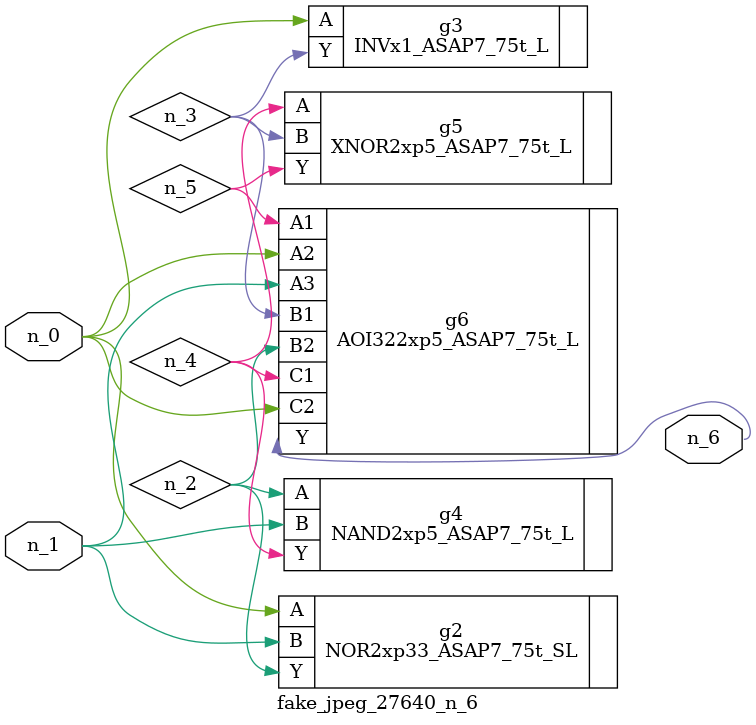
<source format=v>
module fake_jpeg_27640_n_6 (n_0, n_1, n_6);

input n_0;
input n_1;

output n_6;

wire n_3;
wire n_2;
wire n_4;
wire n_5;

NOR2xp33_ASAP7_75t_SL g2 ( 
.A(n_0),
.B(n_1),
.Y(n_2)
);

INVx1_ASAP7_75t_L g3 ( 
.A(n_0),
.Y(n_3)
);

NAND2xp5_ASAP7_75t_L g4 ( 
.A(n_2),
.B(n_1),
.Y(n_4)
);

XNOR2xp5_ASAP7_75t_L g5 ( 
.A(n_4),
.B(n_3),
.Y(n_5)
);

AOI322xp5_ASAP7_75t_L g6 ( 
.A1(n_5),
.A2(n_0),
.A3(n_1),
.B1(n_3),
.B2(n_2),
.C1(n_4),
.C2(n_0),
.Y(n_6)
);


endmodule
</source>
